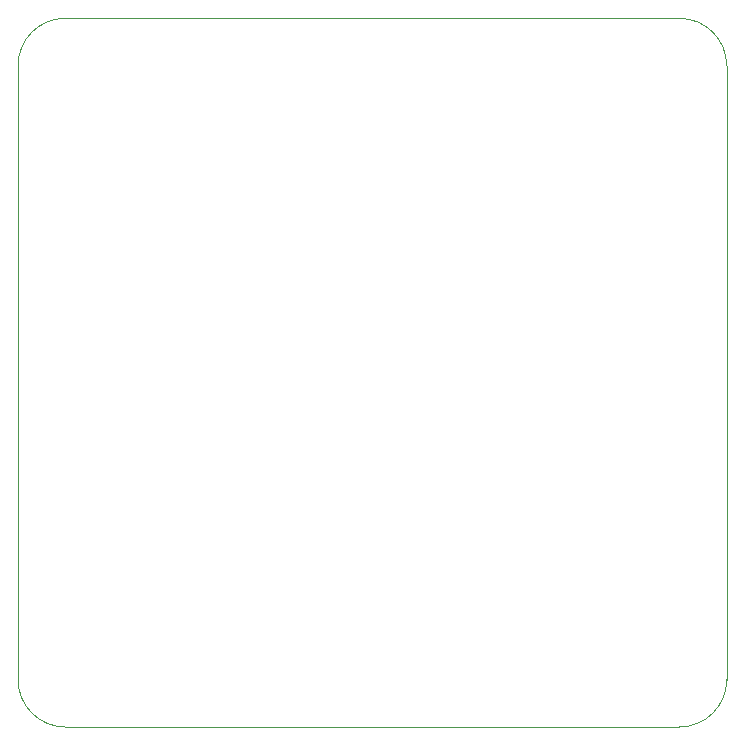
<source format=gbr>
%TF.GenerationSoftware,KiCad,Pcbnew,(5.1.8-0-10_14)*%
%TF.CreationDate,2020-12-10T20:15:51+01:00*%
%TF.ProjectId,tiny-12V-programmer,74696e79-2d31-4325-962d-70726f677261,rev?*%
%TF.SameCoordinates,Original*%
%TF.FileFunction,Profile,NP*%
%FSLAX46Y46*%
G04 Gerber Fmt 4.6, Leading zero omitted, Abs format (unit mm)*
G04 Created by KiCad (PCBNEW (5.1.8-0-10_14)) date 2020-12-10 20:15:51*
%MOMM*%
%LPD*%
G01*
G04 APERTURE LIST*
%TA.AperFunction,Profile*%
%ADD10C,0.050000*%
%TD*%
G04 APERTURE END LIST*
D10*
X130000000Y-106000000D02*
X130000000Y-54000000D01*
X74000000Y-110000000D02*
X126000000Y-110000000D01*
X70000000Y-54000000D02*
X70000000Y-106000000D01*
X126000000Y-50000000D02*
X74000000Y-50000000D01*
X130000000Y-106000000D02*
G75*
G02*
X126000000Y-110000000I-4000000J0D01*
G01*
X74000000Y-110000000D02*
G75*
G02*
X70000000Y-106000000I0J4000000D01*
G01*
X126000000Y-50000000D02*
G75*
G02*
X130000000Y-54000000I0J-4000000D01*
G01*
X70000000Y-54000000D02*
G75*
G02*
X74000000Y-50000000I4000000J0D01*
G01*
M02*

</source>
